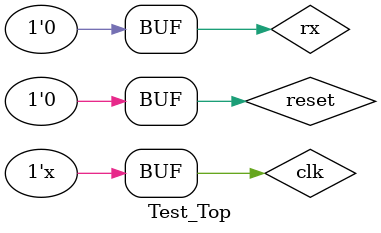
<source format=v>
`timescale 1ns / 1ps

module Test_Top;

    wire signed[7:0] a, b, d_in; 
	wire [7:0] leds;
	wire [7:0] dout;
	wire [5:0] op;
	reg clk, reset;
	wire wr, rd, rx_done_tick, tx_done_tick, tx_start, tx_full, rx_empty;
	wire tx, s_tick;
	reg rx;
	
	Main main (rx, clk, reset, tx);
	
//    br_generator br_g (clk, s_tick);
//    rx_module rx_mod (clk, reset, rx, s_tick, rx_done_tick, dout);
//    rx_interface int_rx (clk, reset,rx_done_tick, rd, dout, a, b, op, rx_empty);
//    ALU alu (op, a, b, leds);
//    tx_interface int_tx (clk, reset,tx_done_tick, rx_empty, leds, d_in, tx_start, rd);
//    tx_module tx_mod (clk, reset, tx_start , s_tick, d_in, tx_done_tick , tx);
    
    always 
        begin
            #5 clk = ~clk;            
        end
     initial
        begin
            clk = 0;
            reset = 1;
            rx = 0;
            #20 reset = 0;                  // #20
            
            #20 rx = 53;          // 5    // #40
            #20 rx = 102;         // f    // #80
            #20 rx = 49;          // 1    // #120
            #20 rx = 48;          // 0    // #160
            #20 rx = 51;          // 3    // #200       
            #20 rx = 115;         // s    // #240
            #20 rx = "-";          // -    // #280
            #20 rx = 111;         // o    // #320340
            #20 rx = 100;         // d    // #360
        end
endmodule
</source>
